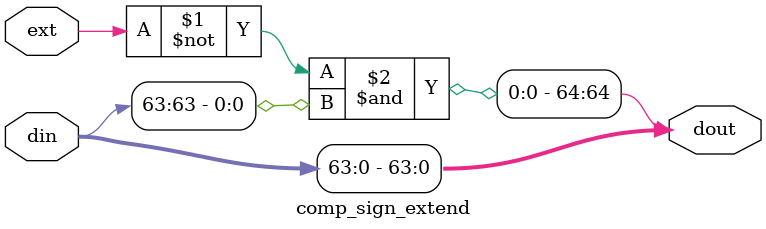
<source format=v>
`timescale 1ns / 1ps
module comp_sign_extend(
    input [63:0] din,
    input ext,
    output [64:0] dout
    );
	 
	 assign dout[64:0] = {~ext & din[63], din[63:0]};

endmodule

</source>
